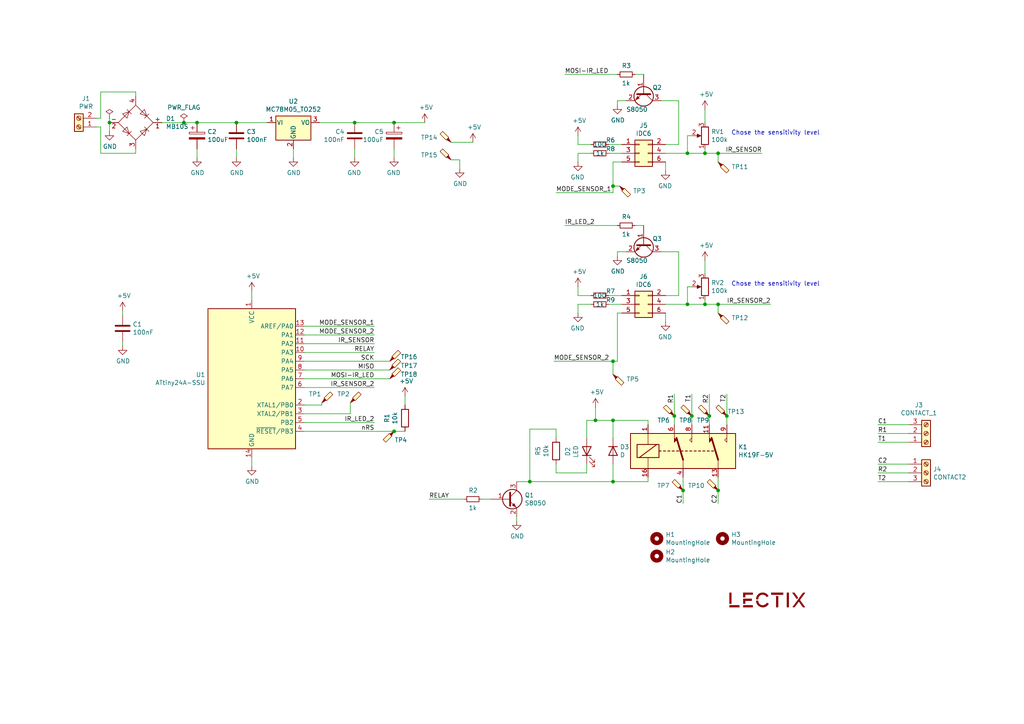
<source format=kicad_sch>
(kicad_sch (version 20211123) (generator eeschema)
  (paper "A4")
  (title_block (title "LEC009002 - IR sensor mainboard") (date "2023-04-24") (rev "1.0") (company "LECTIX"))
  (lib_symbols
    (symbol "0_connectors:Screw_Terminal_01x02_green" (pin_names (offset 1.016) hide)
      (property "Reference" "J" (at 0 2.54 0))
      (property "Value" "0_connectors_Screw_Terminal_01x02_green" (at 0 -5.08 0))
      (symbol "Screw_Terminal_01x02_green_1_1"
        (pin passive line (at -5.08 0 0) (length 3.81) (name "Pin_1") (number "1"))
        (pin passive line (at -5.08 -2.54 0) (length 3.81) (name "Pin_2") (number "2"))
      )
    )
    (symbol "0_connectors:Screw_Terminal_01x03_blue" (pin_names (offset 1.016) hide)
      (property "Reference" "J" (at 0 5.08 0))
      (property "Value" "0_connectors_Screw_Terminal_01x03_blue" (at 0 -5.08 0))
      (symbol "Screw_Terminal_01x03_blue_1_1"
        (pin passive line (at -5.08 2.54 0) (length 3.81) (name "Pin_1") (number "1"))
        (pin passive line (at -5.08 0 0) (length 3.81) (name "Pin_2") (number "2"))
        (pin passive line (at -5.08 -2.54 0) (length 3.81) (name "Pin_3") (number "3"))
      )
    )
    (symbol "0_diode_bridge:MB10S" (pin_names (offset 0))
      (property "Reference" "D" (at 2.54 6.985 0))
      (property "Value" "0_diode_bridge_MB10S" (at 2.54 5.08 0))
      (property "LCSC" "C2488" (at 0 0 0))
      (property "Mfr" "MDD" (at 0 0 0))
      (property "MPN" "MB10S" (at 0 0 0))
      (property "Supplier" "LCSC" (at 0 0 0))
      (symbol "MB10S_1_1"
        (pin passive line (at 7.62 0 180) (length 2.54) (name "+") (number "1"))
        (pin passive line (at -7.62 0 0) (length 2.54) (name "-") (number "2"))
        (pin passive line (at 0 -7.62 90) (length 2.54) (name "~") (number "3"))
        (pin passive line (at 0 7.62 270) (length 2.54) (name "~") (number "4"))
      )
    )
    (symbol "0_logos:logo_lectix_25mm" (pin_names (offset 1.016)))
    (symbol "0_relays:HK19F-12V" (pin_names (offset 1.016))
      (property "Reference" "K" (at 16.51 3.81 0))
      (property "Value" "0_relays_HK19F-12V" (at 16.51 1.27 0))
      (property "Supplier" "LCSC" (at 0 0 0))
      (symbol "HK19F-12V_1_1"
        (pin passive line (at -10.16 7.62 270) (length 2.54) (name "~") (number "1"))
        (pin passive line (at 7.62 7.62 270) (length 2.54) (name "~") (number "11"))
        (pin passive line (at 10.16 -7.62 90) (length 2.54) (name "~") (number "13"))
        (pin passive line (at -10.16 -7.62 90) (length 2.54) (name "~") (number "16"))
        (pin passive line (at 0 -7.62 90) (length 2.54) (name "~") (number "4"))
        (pin passive line (at -2.54 7.62 270) (length 2.54) (name "~") (number "6"))
        (pin passive line (at 2.54 7.62 270) (length 2.54) (name "~") (number "8"))
        (pin passive line (at 12.7 7.62 270) (length 2.54) (name "~") (number "9"))
      )
    )
    (symbol "Connector:TestPoint_Probe" (pin_numbers hide) (pin_names (offset 0.762) hide)
      (property "Reference" "TP" (at 1.651 5.842 0))
      (property "Value" "TestPoint_Probe" (at 1.651 4.064 0))
      (symbol "TestPoint_Probe_1_1"
        (pin passive line (at 0 0 90) (length 0) (name "1") (number "1"))
      )
    )
    (symbol "Connector_Generic:Conn_02x03_Odd_Even" (pin_names (offset 1.016) hide)
      (property "Reference" "J" (at 1.27 5.08 0))
      (property "Value" "Conn_02x03_Odd_Even" (at 1.27 -5.08 0))
      (symbol "Conn_02x03_Odd_Even_1_1"
        (pin passive line (at -5.08 2.54 0) (length 3.81) (name "Pin_1") (number "1"))
        (pin passive line (at 7.62 2.54 180) (length 3.81) (name "Pin_2") (number "2"))
        (pin passive line (at -5.08 0 0) (length 3.81) (name "Pin_3") (number "3"))
        (pin passive line (at 7.62 0 180) (length 3.81) (name "Pin_4") (number "4"))
        (pin passive line (at -5.08 -2.54 0) (length 3.81) (name "Pin_5") (number "5"))
        (pin passive line (at 7.62 -2.54 180) (length 3.81) (name "Pin_6") (number "6"))
      )
    )
    (symbol "Device:C" (pin_numbers hide) (pin_names (offset 0.254))
      (property "Reference" "C" (at 0.635 2.54 0))
      (property "Value" "C" (at 0.635 -2.54 0))
      (symbol "C_1_1"
        (pin passive line (at 0 3.81 270) (length 2.794) (name "~") (number "1"))
        (pin passive line (at 0 -3.81 90) (length 2.794) (name "~") (number "2"))
      )
    )
    (symbol "Device:CP" (pin_numbers hide) (pin_names (offset 0.254))
      (property "Reference" "C" (at 0.635 2.54 0))
      (property "Value" "Device_CP" (at 0.635 -2.54 0))
      (symbol "CP_1_1"
        (pin passive line (at 0 3.81 270) (length 2.794) (name "~") (number "1"))
        (pin passive line (at 0 -3.81 90) (length 2.794) (name "~") (number "2"))
      )
    )
    (symbol "Device:D" (pin_numbers hide) (pin_names (offset 1.016) hide)
      (property "Reference" "D" (at 0 2.54 0))
      (property "Value" "D" (at 0 -2.54 0))
      (symbol "D_1_1"
        (pin passive line (at -3.81 0 0) (length 2.54) (name "K") (number "1"))
        (pin passive line (at 3.81 0 180) (length 2.54) (name "A") (number "2"))
      )
    )
    (symbol "Device:LED" (pin_numbers hide) (pin_names (offset 1.016) hide)
      (property "Reference" "D" (at 0 2.54 0))
      (property "Value" "LED" (at 0 -2.54 0))
      (symbol "LED_1_1"
        (pin passive line (at -3.81 0 0) (length 2.54) (name "K") (number "1"))
        (pin passive line (at 3.81 0 180) (length 2.54) (name "A") (number "2"))
      )
    )
    (symbol "Device:R" (pin_numbers hide) (pin_names (offset 0))
      (property "Reference" "R" (at 2.032 0 90))
      (property "Value" "R" (at 0 0 90))
      (symbol "R_1_1"
        (pin passive line (at 0 3.81 270) (length 1.27) (name "~") (number "1"))
        (pin passive line (at 0 -3.81 90) (length 1.27) (name "~") (number "2"))
      )
    )
    (symbol "Device:R_POT" (pin_names (offset 1.016) hide)
      (property "Reference" "RV" (at -4.445 0 90))
      (property "Value" "Device_R_POT" (at -2.54 0 90))
      (symbol "R_POT_1_1"
        (pin passive line (at 0 3.81 270) (length 1.27) (name "1") (number "1"))
        (pin passive line (at 3.81 0 180) (length 1.27) (name "2") (number "2"))
        (pin passive line (at 0 -3.81 90) (length 1.27) (name "3") (number "3"))
      )
    )
    (symbol "Device:R_Small" (pin_numbers hide) (pin_names (offset 0.254) hide)
      (property "Reference" "R" (at 0.762 0.508 0))
      (property "Value" "R_Small" (at 0.762 -1.016 0))
      (symbol "R_Small_1_1"
        (pin passive line (at 0 2.54 270) (length 0.762) (name "~") (number "1"))
        (pin passive line (at 0 -2.54 90) (length 0.762) (name "~") (number "2"))
      )
    )
    (symbol "MCU_Microchip_ATtiny:ATtiny24A-SSU"
      (property "Reference" "U" (at -12.7 21.59 0))
      (property "Value" "MCU_Microchip_ATtiny_ATtiny24A-SSU" (at 2.54 -21.59 0))
      (symbol "ATtiny24A-SSU_1_1"
        (pin power_in line (at 0 22.86 270) (length 2.54) (name "VCC") (number "1"))
        (pin bidirectional line (at 15.24 7.62 180) (length 2.54) (name "PA3") (number "10"))
        (pin bidirectional line (at 15.24 10.16 180) (length 2.54) (name "PA2") (number "11"))
        (pin bidirectional line (at 15.24 12.7 180) (length 2.54) (name "PA1") (number "12"))
        (pin bidirectional line (at 15.24 15.24 180) (length 2.54) (name "AREF/PA0") (number "13"))
        (pin power_in line (at 0 -22.86 90) (length 2.54) (name "GND") (number "14"))
        (pin bidirectional line (at 15.24 -7.62 180) (length 2.54) (name "XTAL1/PB0") (number "2"))
        (pin bidirectional line (at 15.24 -10.16 180) (length 2.54) (name "XTAL2/PB1") (number "3"))
        (pin bidirectional line (at 15.24 -15.24 180) (length 2.54) (name "~{RESET}/PB3") (number "4"))
        (pin bidirectional line (at 15.24 -12.7 180) (length 2.54) (name "PB2") (number "5"))
        (pin bidirectional line (at 15.24 -2.54 180) (length 2.54) (name "PA7") (number "6"))
        (pin bidirectional line (at 15.24 0 180) (length 2.54) (name "PA6") (number "7"))
        (pin bidirectional line (at 15.24 2.54 180) (length 2.54) (name "PA5") (number "8"))
        (pin bidirectional line (at 15.24 5.08 180) (length 2.54) (name "PA4") (number "9"))
      )
    )
    (symbol "Mechanical:MountingHole" (pin_names (offset 1.016))
      (property "Reference" "H" (at 0 5.08 0))
      (property "Value" "MountingHole" (at 0 3.175 0))
    )
    (symbol "Regulator_Linear:MC78M05_TO252" (pin_names (offset 0.254))
      (property "Reference" "U" (at -3.81 3.175 0))
      (property "Value" "MC78M05_TO252" (at 0 3.175 0))
      (symbol "MC78M05_TO252_1_1"
        (pin power_in line (at -7.62 0 0) (length 2.54) (name "VI") (number "1"))
        (pin power_in line (at 0 -7.62 90) (length 2.54) (name "GND") (number "2"))
        (pin power_out line (at 7.62 0 180) (length 2.54) (name "VO") (number "3"))
      )
    )
    (symbol "Transistor_BJT:BC817" (pin_names (offset 0) hide)
      (property "Reference" "Q" (at 5.08 1.905 0))
      (property "Value" "BC817" (at 5.08 0 0))
      (symbol "BC817_1_1"
        (pin input line (at -5.08 0 0) (length 5.715) (name "B") (number "1"))
        (pin passive line (at 2.54 -5.08 90) (length 2.54) (name "E") (number "2"))
        (pin passive line (at 2.54 5.08 270) (length 2.54) (name "C") (number "3"))
      )
    )
    (symbol "power:+5V" (power) (pin_names (offset 0))
      (property "Value" "+5V" (at 0 3.556 0))
      (symbol "+5V_1_1"
        (pin power_in line (at 0 0 90) (length 0) hide (name "+5V") (number "1"))
      )
    )
    (symbol "power:GND" (power) (pin_names (offset 0))
      (property "Value" "GND" (at 0 -3.81 0))
      (symbol "GND_1_1"
        (pin power_in line (at 0 0 270) (length 0) hide (name "GND") (number "1"))
      )
    )
    (symbol "power:PWR_FLAG" (power) (pin_numbers hide) (pin_names (offset 0) hide)
      (property "Value" "PWR_FLAG" (at 0 3.81 0))
      (symbol "PWR_FLAG_0_0"
        (pin power_out line (at 0 0 90) (length 0) (name "pwr") (number "1"))
      )
    )
  )
  (junction (at 114.3 125.095))
  (junction (at 177.8 121.92))
  (junction (at 208.28 88.265))
  (junction (at 204.47 44.45))
  (junction (at 177.8 53.975))
  (junction (at 199.39 44.45))
  (junction (at 198.12 142.24))
  (junction (at 205.74 120.65))
  (junction (at 53.34 35.56))
  (junction (at 200.66 120.65))
  (junction (at 57.15 35.56))
  (junction (at 208.28 142.24))
  (junction (at 204.47 88.265))
  (junction (at 102.87 35.56))
  (junction (at 208.28 44.45))
  (junction (at 195.58 120.65))
  (junction (at 177.8 139.7))
  (junction (at 114.3 35.56))
  (junction (at 153.67 139.7))
  (junction (at 177.8 104.775))
  (junction (at 199.39 88.265))
  (junction (at 172.72 121.92))
  (junction (at 210.82 120.65))
  (junction (at 31.75 35.56))
  (junction (at 68.58 35.56))
  (wire (pts (xy 172.72 121.92) (xy 170.18 121.92)))
  (wire (pts (xy 88.265 97.155) (xy 108.585 97.155)))
  (wire (pts (xy 204.47 75.565) (xy 204.47 79.375)))
  (wire (pts (xy 204.47 88.265) (xy 208.28 88.265)))
  (wire (pts (xy 170.18 121.92) (xy 170.18 127)))
  (wire (pts (xy 171.45 41.91) (xy 167.64 41.91)))
  (wire (pts (xy 139.7 144.78) (xy 142.24 144.78)))
  (wire (pts (xy 114.3 125.095) (xy 117.475 125.095)))
  (wire (pts (xy 179.07 73.025) (xy 179.07 74.295)))
  (wire (pts (xy 180.34 44.45) (xy 176.53 44.45)))
  (wire (pts (xy 176.53 41.91) (xy 180.34 41.91)))
  (wire (pts (xy 187.96 121.92) (xy 177.8 121.92)))
  (wire (pts (xy 205.74 120.65) (xy 205.74 114.3)))
  (wire (pts (xy 130.81 41.275) (xy 137.16 41.275)))
  (wire (pts (xy 85.09 45.72) (xy 85.09 43.18)))
  (wire (pts (xy 133.35 46.355) (xy 130.81 46.355)))
  (wire (pts (xy 163.83 65.405) (xy 179.07 65.405)))
  (wire (pts (xy 88.265 99.695) (xy 108.585 99.695)))
  (wire (pts (xy 195.58 120.65) (xy 195.58 114.3)))
  (wire (pts (xy 68.58 43.18) (xy 68.58 45.72)))
  (wire (pts (xy 263.525 134.62) (xy 254.635 134.62)))
  (wire (pts (xy 167.64 90.805) (xy 167.64 88.265)))
  (wire (pts (xy 161.29 124.46) (xy 153.67 124.46)))
  (wire (pts (xy 187.96 139.7) (xy 187.96 138.43)))
  (wire (pts (xy 210.82 120.65) (xy 210.82 114.3)))
  (wire (pts (xy 88.265 112.395) (xy 108.585 112.395)))
  (wire (pts (xy 184.15 21.59) (xy 186.69 21.59)))
  (wire (pts (xy 196.85 73.025) (xy 191.77 73.025)))
  (wire (pts (xy 187.96 123.19) (xy 187.96 121.92)))
  (wire (pts (xy 204.47 31.75) (xy 204.47 35.56)))
  (wire (pts (xy 208.28 88.265) (xy 223.52 88.265)))
  (wire (pts (xy 208.28 90.805) (xy 208.28 88.265)))
  (wire (pts (xy 196.85 41.91) (xy 193.04 41.91)))
  (wire (pts (xy 196.85 85.725) (xy 193.04 85.725)))
  (wire (pts (xy 167.64 46.99) (xy 167.64 44.45)))
  (wire (pts (xy 114.3 43.18) (xy 114.3 45.72)))
  (wire (pts (xy 180.34 88.265) (xy 176.53 88.265)))
  (wire (pts (xy 88.265 104.775) (xy 113.03 104.775)))
  (wire (pts (xy 124.46 144.78) (xy 134.62 144.78)))
  (wire (pts (xy 88.265 117.475) (xy 93.345 117.475)))
  (wire (pts (xy 204.47 44.45) (xy 208.28 44.45)))
  (wire (pts (xy 149.86 139.7) (xy 153.67 139.7)))
  (wire (pts (xy 102.87 35.56) (xy 114.3 35.56)))
  (wire (pts (xy 263.525 123.19) (xy 254.635 123.19)))
  (wire (pts (xy 199.39 83.185) (xy 199.39 88.265)))
  (wire (pts (xy 263.525 137.16) (xy 254.635 137.16)))
  (wire (pts (xy 177.8 127) (xy 177.8 121.92)))
  (wire (pts (xy 263.525 125.73) (xy 254.635 125.73)))
  (wire (pts (xy 39.37 27.94) (xy 39.37 26.67)))
  (wire (pts (xy 208.28 138.43) (xy 208.28 142.24)))
  (wire (pts (xy 200.66 123.19) (xy 200.66 120.65)))
  (wire (pts (xy 208.28 44.45) (xy 220.98 44.45)))
  (wire (pts (xy 179.07 29.21) (xy 179.07 30.48)))
  (wire (pts (xy 39.37 26.67) (xy 29.21 26.67)))
  (wire (pts (xy 210.82 123.19) (xy 210.82 120.65)))
  (wire (pts (xy 180.34 46.99) (xy 177.8 46.99)))
  (wire (pts (xy 57.15 35.56) (xy 53.34 35.56)))
  (wire (pts (xy 179.07 90.805) (xy 180.34 90.805)))
  (wire (pts (xy 172.72 118.11) (xy 172.72 121.92)))
  (wire (pts (xy 177.8 53.975) (xy 177.8 55.88)))
  (wire (pts (xy 161.29 137.16) (xy 161.29 134.62)))
  (wire (pts (xy 181.61 29.21) (xy 179.07 29.21)))
  (wire (pts (xy 171.45 85.725) (xy 167.64 85.725)))
  (wire (pts (xy 177.8 46.99) (xy 177.8 53.975)))
  (wire (pts (xy 29.21 44.45) (xy 39.37 44.45)))
  (wire (pts (xy 114.3 35.56) (xy 123.19 35.56)))
  (wire (pts (xy 27.94 36.83) (xy 29.21 36.83)))
  (wire (pts (xy 204.47 86.995) (xy 204.47 88.265)))
  (wire (pts (xy 179.07 104.775) (xy 179.07 90.805)))
  (wire (pts (xy 88.265 94.615) (xy 108.585 94.615)))
  (wire (pts (xy 167.64 88.265) (xy 171.45 88.265)))
  (wire (pts (xy 93.345 117.475) (xy 93.345 116.84)))
  (wire (pts (xy 73.025 86.995) (xy 73.025 84.455)))
  (wire (pts (xy 193.04 44.45) (xy 199.39 44.45)))
  (wire (pts (xy 153.67 139.7) (xy 177.8 139.7)))
  (wire (pts (xy 177.8 134.62) (xy 177.8 139.7)))
  (wire (pts (xy 102.87 43.18) (xy 102.87 45.72)))
  (wire (pts (xy 29.21 34.29) (xy 27.94 34.29)))
  (wire (pts (xy 193.04 88.265) (xy 199.39 88.265)))
  (wire (pts (xy 88.265 109.855) (xy 113.03 109.855)))
  (wire (pts (xy 195.58 123.19) (xy 195.58 120.65)))
  (wire (pts (xy 35.56 90.17) (xy 35.56 91.44)))
  (wire (pts (xy 193.04 49.53) (xy 193.04 46.99)))
  (wire (pts (xy 208.28 142.24) (xy 208.28 146.05)))
  (wire (pts (xy 31.75 34.29) (xy 31.75 35.56)))
  (wire (pts (xy 200.66 120.65) (xy 200.66 114.3)))
  (wire (pts (xy 177.8 104.775) (xy 160.655 104.775)))
  (wire (pts (xy 198.12 142.24) (xy 198.12 146.05)))
  (wire (pts (xy 161.29 127) (xy 161.29 124.46)))
  (wire (pts (xy 117.475 117.475) (xy 117.475 114.935)))
  (wire (pts (xy 177.8 55.88) (xy 161.29 55.88)))
  (wire (pts (xy 263.525 139.7) (xy 254.635 139.7)))
  (wire (pts (xy 184.15 65.405) (xy 186.69 65.405)))
  (wire (pts (xy 177.8 139.7) (xy 187.96 139.7)))
  (wire (pts (xy 200.66 39.37) (xy 199.39 39.37)))
  (wire (pts (xy 181.61 73.025) (xy 179.07 73.025)))
  (wire (pts (xy 77.47 35.56) (xy 68.58 35.56)))
  (wire (pts (xy 88.265 120.015) (xy 101.6 120.015)))
  (wire (pts (xy 101.6 120.015) (xy 101.6 116.84)))
  (wire (pts (xy 88.265 122.555) (xy 108.585 122.555)))
  (wire (pts (xy 170.18 134.62) (xy 170.18 137.16)))
  (wire (pts (xy 31.75 35.56) (xy 31.75 38.1)))
  (wire (pts (xy 176.53 85.725) (xy 180.34 85.725)))
  (wire (pts (xy 199.39 44.45) (xy 204.47 44.45)))
  (wire (pts (xy 167.64 44.45) (xy 171.45 44.45)))
  (wire (pts (xy 29.21 26.67) (xy 29.21 34.29)))
  (wire (pts (xy 167.64 39.37) (xy 167.64 41.91)))
  (wire (pts (xy 163.83 21.59) (xy 179.07 21.59)))
  (wire (pts (xy 193.04 93.345) (xy 193.04 90.805)))
  (wire (pts (xy 92.71 35.56) (xy 102.87 35.56)))
  (wire (pts (xy 170.18 137.16) (xy 161.29 137.16)))
  (wire (pts (xy 263.525 128.27) (xy 254.635 128.27)))
  (wire (pts (xy 179.705 53.975) (xy 177.8 53.975)))
  (wire (pts (xy 57.15 43.18) (xy 57.15 45.72)))
  (wire (pts (xy 68.58 35.56) (xy 57.15 35.56)))
  (wire (pts (xy 199.39 88.265) (xy 204.47 88.265)))
  (wire (pts (xy 88.265 125.095) (xy 114.3 125.095)))
  (wire (pts (xy 177.8 121.92) (xy 172.72 121.92)))
  (wire (pts (xy 205.74 123.19) (xy 205.74 120.65)))
  (wire (pts (xy 149.86 149.86) (xy 149.86 151.13)))
  (wire (pts (xy 88.265 107.315) (xy 113.03 107.315)))
  (wire (pts (xy 35.56 99.06) (xy 35.56 100.33)))
  (wire (pts (xy 53.34 35.56) (xy 46.99 35.56)))
  (wire (pts (xy 179.07 104.775) (xy 177.8 104.775)))
  (wire (pts (xy 204.47 43.18) (xy 204.47 44.45)))
  (wire (pts (xy 200.66 83.185) (xy 199.39 83.185)))
  (wire (pts (xy 198.12 138.43) (xy 198.12 142.24)))
  (wire (pts (xy 88.265 102.235) (xy 108.585 102.235)))
  (wire (pts (xy 133.35 48.895) (xy 133.35 46.355)))
  (wire (pts (xy 167.64 83.185) (xy 167.64 85.725)))
  (wire (pts (xy 196.85 85.725) (xy 196.85 73.025)))
  (wire (pts (xy 39.37 44.45) (xy 39.37 43.18)))
  (wire (pts (xy 208.28 46.99) (xy 208.28 44.45)))
  (wire (pts (xy 29.21 36.83) (xy 29.21 44.45)))
  (wire (pts (xy 196.85 29.21) (xy 191.77 29.21)))
  (wire (pts (xy 196.85 41.91) (xy 196.85 29.21)))
  (wire (pts (xy 199.39 39.37) (xy 199.39 44.45)))
  (wire (pts (xy 177.8 108.585) (xy 177.8 104.775)))
  (wire (pts (xy 73.025 135.255) (xy 73.025 132.715)))
  (wire (pts (xy 153.67 124.46) (xy 153.67 139.7)))
  (text "Chose the sensitivity level\n" (at 212.09 39.37 0) (effects (font (size 1.27 1.27)) (justify left bottom)))
  (text "Chose the sensitivity level\n" (at 212.09 83.185 0) (effects (font (size 1.27 1.27)) (justify left bottom)))
  (label "C2" (at 208.28 146.05 90))
  (label "IR_LED_2" (at 163.83 65.405 0))
  (label "MOSI-IR_LED" (at 163.83 21.59 0))
  (label "R1" (at 195.58 114.3 270))
  (label "IR_SENSOR_2" (at 223.52 88.265 180))
  (label "IR_SENSOR_2" (at 108.585 112.395 180))
  (label "RELAY" (at 124.46 144.78 0))
  (label "C1" (at 198.12 146.05 90))
  (label "T1" (at 200.66 114.3 270))
  (label "IR_SENSOR" (at 108.585 99.695 180))
  (label "MOSI-IR_LED" (at 108.585 109.855 180))
  (label "nRS" (at 108.585 125.095 180))
  (label "IR_SENSOR" (at 220.98 44.45 180))
  (label "MODE_SENSOR_1" (at 108.585 94.615 180))
  (label "T2" (at 254.635 139.7 0))
  (label "T2" (at 210.82 114.3 270))
  (label "MISO" (at 108.585 107.315 180))
  (label "R2" (at 205.74 114.3 270))
  (label "MODE_SENSOR_1" (at 161.29 55.88 0))
  (label "C1" (at 254.635 123.19 0))
  (label "RELAY" (at 108.585 102.235 180))
  (label "C2" (at 254.635 134.62 0))
  (label "R2" (at 254.635 137.16 0))
  (label "SCK" (at 108.585 104.775 180))
  (label "MODE_SENSOR_2" (at 160.655 104.775 0))
  (label "MODE_SENSOR_2" (at 108.585 97.155 180))
  (label "R1" (at 254.635 125.73 0))
  (label "T1" (at 254.635 128.27 0))
  (label "IR_LED_2" (at 108.585 122.555 180))
  (symbol (lib_id "0_relays:HK19F-12V") (at 198.12 130.81 0) (unit 1)
    (property "Reference" "K1" (at 214.122 129.6416 0) (effects (justify left)))
    (property "Value" "HK19F-5V" (at 214.122 131.953 0) (effects (justify left)))
    (property "Footprint" "0_relays:Relay_DPDT_HK19F" (effects hide))
    (property "Datasheet" "http://grobotronics.com/images/datasheets/HK19F-12V.pdf" (effects hide))
    (property "LCSC" "C54512" (effects hide))
    (property "JLCPCB_CORRECTION" "8.89;-3.81;0" (effects hide))
  )
  (symbol (lib_id "Device:D") (at 177.8 130.81 270) (unit 1)
    (property "Reference" "D3" (at 179.8066 129.6416 90) (effects (justify left)))
    (property "Value" "D" (at 179.8066 131.953 90) (effects (justify left)))
    (property "Footprint" "Diode_SMD:D_SMA" (effects hide))
    (property "LCSC" "C95872" (effects hide))
  )
  (symbol (lib_id "Transistor_BJT:BC817") (at 147.32 144.78 0) (unit 1)
    (property "Reference" "Q1" (at 152.1714 143.6116 0) (effects (justify left)))
    (property "Value" "S8050" (at 152.1714 145.923 0) (effects (justify left)))
    (property "Footprint" "Package_TO_SOT_SMD:SOT-23" (effects hide))
    (property "Datasheet" "http://www.fairchildsemi.com/ds/BC/BC817.pdf" (effects hide))
    (property "LCSC" "C2146" (effects hide))
    (property "JLCPCB_CORRECTION" "0;0;180" (effects hide))
  )
  (symbol (lib_id "Device:LED") (at 170.18 130.81 90) (unit 1)
    (property "Reference" "D2" (at 164.6936 130.9878 0))
    (property "Value" "LED" (at 167.005 130.9878 0))
    (property "Footprint" "LED_SMD:LED_0603_1608Metric" (effects hide))
    (property "LCSC" "C72043" (effects hide))
  )
  (symbol (lib_id "Device:R") (at 161.29 130.81 0) (unit 1)
    (property "Reference" "R5" (at 156.0322 130.81 90))
    (property "Value" "10k" (at 158.3436 130.81 90))
    (property "Footprint" "Resistor_SMD:R_0603_1608Metric" (effects hide))
    (property "LCSC" "C25804" (effects hide))
  )
  (symbol (lib_id "power:GND") (at 35.56 100.33 0) (unit 1)
    (property "Reference" "#PWR02" (effects hide))
    (property "Value" "GND" (at 35.687 104.7242 0))
  )
  (symbol (lib_id "power:+5V") (at 35.56 90.17 0) (unit 1)
    (property "Reference" "#PWR01" (effects hide))
    (property "Value" "+5V" (at 35.941 85.7758 0))
  )
  (symbol (lib_id "Device:C") (at 35.56 95.25 0) (unit 1)
    (property "Reference" "C1" (at 38.481 94.0816 0) (effects (justify left)))
    (property "Value" "100nF" (at 38.481 96.393 0) (effects (justify left)))
    (property "Footprint" "Capacitor_SMD:C_0603_1608Metric" (effects hide))
    (property "LCSC" "C14663" (effects hide))
  )
  (symbol (lib_id "power:GND") (at 133.35 48.895 0) (unit 1)
    (property "Reference" "#PWR026" (effects hide))
    (property "Value" "GND" (at 133.477 53.2892 0))
  )
  (symbol (lib_id "power:+5V") (at 137.16 41.275 0) (unit 1)
    (property "Reference" "#PWR027" (effects hide))
    (property "Value" "+5V" (at 137.541 36.8808 0))
  )
  (symbol (lib_id "Device:R_POT") (at 204.47 39.37 180) (unit 1)
    (property "Reference" "RV1" (at 206.248 38.2016 0) (effects (justify right)))
    (property "Value" "100k" (at 206.248 40.513 0) (effects (justify right)))
    (property "Footprint" "0_potentiometers:Potentiometer_Bourns_TC33X_Vertical" (effects hide))
    (property "LCSC" "C128545" (effects hide))
  )
  (symbol (lib_id "power:+5V") (at 167.64 39.37 0) (unit 1)
    (property "Reference" "#PWR020" (effects hide))
    (property "Value" "+5V" (at 168.021 34.9758 0))
  )
  (symbol (lib_id "Device:R_Small") (at 173.99 44.45 90) (mirror x) (unit 1)
    (property "Reference" "R8" (at 178.435 43.18 90) (effects (justify left)))
    (property "Value" "1k" (at 175.26 44.45 90) (effects (justify left)))
    (property "Footprint" "Resistor_SMD:R_0603_1608Metric" (effects hide))
    (property "LCSC" "C21190" (effects hide))
  )
  (symbol (lib_id "Mechanical:MountingHole") (at 190.5 156.21 0) (unit 1)
    (property "Reference" "H1" (at 193.04 155.0416 0) (effects (justify left)))
    (property "Value" "MountingHole" (at 193.04 157.353 0) (effects (justify left)))
    (property "Footprint" "0_mechanical:MountingHole_3.2mm_M3" (effects hide))
    (property "LCSC" "DNP" (effects hide))
  )
  (symbol (lib_id "Mechanical:MountingHole") (at 190.5 161.29 0) (unit 1)
    (property "Reference" "H2" (at 193.04 160.1216 0) (effects (justify left)))
    (property "Value" "MountingHole" (at 193.04 162.433 0) (effects (justify left)))
    (property "Footprint" "0_mechanical:MountingHole_3.2mm_M3" (effects hide))
    (property "LCSC" "DNP" (effects hide))
  )
  (symbol (lib_id "Mechanical:MountingHole") (at 209.55 156.21 0) (unit 1)
    (property "Reference" "H3" (at 212.09 155.0416 0) (effects (justify left)))
    (property "Value" "MountingHole" (at 212.09 157.353 0) (effects (justify left)))
    (property "Footprint" "0_mechanical:MountingHole_3.2mm_M3" (effects hide))
    (property "LCSC" "DNP" (effects hide))
  )
  (symbol (lib_id "0_logos:logo_lectix_25mm") (at 222.25 173.99 0) (unit 1)
    (property "Reference" "LOGO1" (effects hide))
    (property "Value" "logo_lectix_25mm" (effects hide))
    (property "Footprint" "0_logos:Logo_10mm" (effects hide))
    (property "LCSC" "DNP" (effects hide))
  )
  (symbol (lib_id "Connector:TestPoint_Probe") (at 130.81 41.275 0) (mirror y) (unit 1)
    (property "Reference" "TP14" (at 126.9238 39.878 0) (effects (justify left)))
    (property "Value" "TestPoint_Probe" (effects hide))
    (property "Footprint" "TestPoint:TestPoint_Pad_D1.5mm" (effects hide))
    (property "LCSC" "DNP" (effects hide))
  )
  (symbol (lib_id "Connector:TestPoint_Probe") (at 130.81 46.355 0) (mirror y) (unit 1)
    (property "Reference" "TP15" (at 126.9238 44.958 0) (effects (justify left)))
    (property "Value" "TestPoint_Probe" (effects hide))
    (property "Footprint" "TestPoint:TestPoint_Pad_D1.5mm" (effects hide))
    (property "LCSC" "DNP" (effects hide))
  )
  (symbol (lib_id "Connector:TestPoint_Probe") (at 177.8 108.585 0) (mirror x) (unit 1)
    (property "Reference" "TP5" (at 181.6862 109.982 0) (effects (justify left)))
    (property "Value" "TestPoint_Probe" (effects hide))
    (property "Footprint" "TestPoint:TestPoint_Pad_D1.5mm" (effects hide))
    (property "LCSC" "DNP" (effects hide))
  )
  (symbol (lib_id "Device:R_Small") (at 173.99 41.91 90) (unit 1)
    (property "Reference" "R6" (at 178.435 40.64 90) (effects (justify left)))
    (property "Value" "100" (at 175.895 41.91 90) (effects (justify left)))
    (property "Footprint" "Resistor_SMD:R_0603_1608Metric" (effects hide))
    (property "LCSC" "C22775" (effects hide))
  )
  (symbol (lib_id "power:+5V") (at 172.72 118.11 0) (unit 1)
    (property "Reference" "#PWR017" (effects hide))
    (property "Value" "+5V" (at 173.101 113.7158 0))
  )
  (symbol (lib_id "power:GND") (at 149.86 151.13 0) (unit 1)
    (property "Reference" "#PWR016" (effects hide))
    (property "Value" "GND" (at 149.987 155.5242 0))
  )
  (symbol (lib_id "Device:R_Small") (at 137.16 144.78 270) (unit 1)
    (property "Reference" "R2" (at 135.89 142.24 90) (effects (justify left)))
    (property "Value" "1k" (at 135.89 147.32 90) (effects (justify left)))
    (property "Footprint" "Resistor_SMD:R_0603_1608Metric" (effects hide))
    (property "LCSC" "C21190" (effects hide))
  )
  (symbol (lib_id "Connector:TestPoint_Probe") (at 195.58 120.65 0) (mirror y) (unit 1)
    (property "Reference" "TP6" (at 194.31 121.92 0) (effects (justify left)))
    (property "Value" "TestPoint_Probe" (effects hide))
    (property "Footprint" "TestPoint:TestPoint_Pad_D1.5mm" (effects hide))
    (property "LCSC" "DNP" (effects hide))
  )
  (symbol (lib_id "Connector:TestPoint_Probe") (at 200.66 120.65 0) (mirror y) (unit 1)
    (property "Reference" "TP8" (at 200.66 121.92 0) (effects (justify left)))
    (property "Value" "TestPoint_Probe" (effects hide))
    (property "Footprint" "TestPoint:TestPoint_Pad_D1.5mm" (effects hide))
    (property "LCSC" "DNP" (effects hide))
  )
  (symbol (lib_id "Connector:TestPoint_Probe") (at 205.74 120.65 0) (mirror y) (unit 1)
    (property "Reference" "TP9" (at 205.74 121.92 0) (effects (justify left)))
    (property "Value" "TestPoint_Probe" (effects hide))
    (property "Footprint" "TestPoint:TestPoint_Pad_D1.5mm" (effects hide))
    (property "LCSC" "DNP" (effects hide))
  )
  (symbol (lib_id "Connector:TestPoint_Probe") (at 210.82 120.65 0) (mirror y) (unit 1)
    (property "Reference" "TP13" (at 215.9 119.38 0) (effects (justify left)))
    (property "Value" "TestPoint_Probe" (effects hide))
    (property "Footprint" "TestPoint:TestPoint_Pad_D1.5mm" (effects hide))
    (property "LCSC" "DNP" (effects hide))
  )
  (symbol (lib_id "Connector:TestPoint_Probe") (at 198.12 142.24 0) (mirror y) (unit 1)
    (property "Reference" "TP7" (at 194.2338 140.843 0) (effects (justify left)))
    (property "Value" "TestPoint_Probe" (effects hide))
    (property "Footprint" "TestPoint:TestPoint_Pad_D1.5mm" (effects hide))
    (property "LCSC" "DNP" (effects hide))
  )
  (symbol (lib_id "Connector:TestPoint_Probe") (at 208.28 142.24 0) (mirror y) (unit 1)
    (property "Reference" "TP10" (at 204.3938 140.843 0) (effects (justify left)))
    (property "Value" "TestPoint_Probe" (effects hide))
    (property "Footprint" "TestPoint:TestPoint_Pad_D1.5mm" (effects hide))
    (property "LCSC" "DNP" (effects hide))
  )
  (symbol (lib_id "power:+5V") (at 204.47 31.75 0) (unit 1)
    (property "Reference" "#PWR022" (effects hide))
    (property "Value" "+5V" (at 204.851 27.3558 0))
  )
  (symbol (lib_id "power:GND") (at 167.64 46.99 0) (mirror y) (unit 1)
    (property "Reference" "#PWR023" (effects hide))
    (property "Value" "GND" (at 167.513 51.3842 0))
  )
  (symbol (lib_id "power:+5V") (at 73.025 84.455 0) (unit 1)
    (property "Reference" "#PWR04" (effects hide))
    (property "Value" "+5V" (at 73.406 80.0608 0))
  )
  (symbol (lib_id "power:GND") (at 73.025 135.255 0) (unit 1)
    (property "Reference" "#PWR05" (effects hide))
    (property "Value" "GND" (at 73.152 139.6492 0))
  )
  (symbol (lib_id "Transistor_BJT:BC817") (at 186.69 26.67 270) (unit 1)
    (property "Reference" "Q2" (at 189.23 25.4 90) (effects (justify left)))
    (property "Value" "S8050" (at 181.61 31.75 90) (effects (justify left)))
    (property "Footprint" "Package_TO_SOT_SMD:SOT-23" (effects hide))
    (property "Datasheet" "http://www.fairchildsemi.com/ds/BC/BC817.pdf" (effects hide))
    (property "LCSC" "C2146" (effects hide))
    (property "JLCPCB_CORRECTION" "0;0;180" (effects hide))
  )
  (symbol (lib_id "power:GND") (at 179.07 30.48 0) (unit 1)
    (property "Reference" "#PWR018" (effects hide))
    (property "Value" "GND" (at 179.197 34.8742 0))
  )
  (symbol (lib_id "Device:R_Small") (at 181.61 21.59 270) (unit 1)
    (property "Reference" "R3" (at 180.34 19.05 90) (effects (justify left)))
    (property "Value" "1k" (at 180.34 24.13 90) (effects (justify left)))
    (property "Footprint" "Resistor_SMD:R_0603_1608Metric" (effects hide))
    (property "LCSC" "C21190" (effects hide))
  )
  (symbol (lib_id "0_diode_bridge:MB10S") (at 39.37 35.56 0) (unit 1)
    (property "Reference" "D1" (at 48.1076 34.3916 0) (effects (justify left)))
    (property "Value" "MB10S" (at 48.1076 36.703 0) (effects (justify left)))
    (property "Footprint" "Package_TO_SOT_SMD:TO-269AA" (effects hide))
    (property "Datasheet" "https://www.mouser.fr/datasheet/2/308/MB10S-1301345.pdf" (effects hide))
    (property "LCSC" "C2488" (effects hide))
  )
  (symbol (lib_id "power:GND") (at 31.75 38.1 0) (unit 1)
    (property "Reference" "#PWR03" (effects hide))
    (property "Value" "GND" (at 31.877 42.4942 0))
  )
  (symbol (lib_id "power:GND") (at 68.58 45.72 0) (unit 1)
    (property "Reference" "#PWR07" (effects hide))
    (property "Value" "GND" (at 68.707 50.1142 0))
  )
  (symbol (lib_id "power:GND") (at 57.15 45.72 0) (unit 1)
    (property "Reference" "#PWR06" (effects hide))
    (property "Value" "GND" (at 57.277 50.1142 0))
  )
  (symbol (lib_id "Device:C") (at 68.58 39.37 0) (unit 1)
    (property "Reference" "C3" (at 71.501 38.2016 0) (effects (justify left)))
    (property "Value" "100nF" (at 71.501 40.513 0) (effects (justify left)))
    (property "Footprint" "Capacitor_SMD:C_0603_1608Metric" (effects hide))
    (property "LCSC" "C14663" (effects hide))
  )
  (symbol (lib_id "Device:CP") (at 57.15 39.37 0) (unit 1)
    (property "Reference" "C2" (at 60.1472 38.2016 0) (effects (justify left)))
    (property "Value" "100uF" (at 60.1472 40.513 0) (effects (justify left)))
    (property "Footprint" "0_capacitors:CP_Elec_6.3x5.8" (effects hide))
    (property "LCSC" "C249982" (effects hide))
  )
  (symbol (lib_id "power:GND") (at 102.87 45.72 0) (mirror y) (unit 1)
    (property "Reference" "#PWR013" (effects hide))
    (property "Value" "GND" (at 102.743 50.1142 0))
  )
  (symbol (lib_id "power:GND") (at 114.3 45.72 0) (mirror y) (unit 1)
    (property "Reference" "#PWR014" (effects hide))
    (property "Value" "GND" (at 114.173 50.1142 0))
  )
  (symbol (lib_id "Device:C") (at 102.87 39.37 0) (mirror y) (unit 1)
    (property "Reference" "C4" (at 99.949 38.2016 0) (effects (justify left)))
    (property "Value" "100nF" (at 99.949 40.513 0) (effects (justify left)))
    (property "Footprint" "Capacitor_SMD:C_0603_1608Metric" (effects hide))
    (property "LCSC" "C14663" (effects hide))
  )
  (symbol (lib_id "Device:CP") (at 114.3 39.37 0) (mirror y) (unit 1)
    (property "Reference" "C5" (at 111.3028 38.2016 0) (effects (justify left)))
    (property "Value" "100uF" (at 111.3028 40.513 0) (effects (justify left)))
    (property "Footprint" "0_capacitors:CP_Elec_6.3x5.8" (effects hide))
    (property "LCSC" "C249982" (effects hide))
  )
  (symbol (lib_id "Regulator_Linear:MC78M05_TO252") (at 85.09 35.56 0) (unit 1)
    (property "Reference" "U2" (at 85.09 29.4132 0))
    (property "Value" "MC78M05_TO252" (at 85.09 31.7246 0))
    (property "Footprint" "Package_TO_SOT_SMD:TO-252-2" (effects hide))
    (property "Datasheet" "http://www.fairchildsemi.com/ds/LM/LM78M05.pdf" (effects hide))
    (property "LCSC" "C58069" (effects hide))
  )
  (symbol (lib_id "power:GND") (at 85.09 45.72 0) (unit 1)
    (property "Reference" "#PWR010" (effects hide))
    (property "Value" "GND" (at 85.217 50.1142 0))
  )
  (symbol (lib_id "power:+5V") (at 123.19 35.56 0) (unit 1)
    (property "Reference" "#PWR015" (effects hide))
    (property "Value" "+5V" (at 123.571 31.1658 0))
  )
  (symbol (lib_id "Device:R") (at 117.475 121.285 0) (unit 1)
    (property "Reference" "R1" (at 112.2172 121.285 90))
    (property "Value" "10k" (at 114.5286 121.285 90))
    (property "Footprint" "Resistor_SMD:R_0603_1608Metric" (effects hide))
    (property "LCSC" "C25804" (effects hide))
  )
  (symbol (lib_id "power:+5V") (at 117.475 114.935 0) (unit 1)
    (property "Reference" "#PWR012" (effects hide))
    (property "Value" "+5V" (at 117.856 110.5408 0))
  )
  (symbol (lib_id "0_connectors:Screw_Terminal_01x03_blue") (at 268.605 125.73 0) (mirror x) (unit 1)
    (property "Reference" "J3" (at 266.5222 117.475 0))
    (property "Value" "CONTACT_1" (at 266.5222 119.7864 0))
    (property "Footprint" "0_connectors:TerminalBlock_bornier-3_P5.08mm-blue" (effects hide))
    (property "LCSC" "C395881" (effects hide))
  )
  (symbol (lib_id "0_connectors:Screw_Terminal_01x03_blue") (at 268.605 137.16 0) (unit 1)
    (property "Reference" "J4" (at 270.637 136.0932 0) (effects (justify left)))
    (property "Value" "CONTACT2" (at 270.637 138.4046 0) (effects (justify left)))
    (property "Footprint" "0_connectors:TerminalBlock_bornier-3_P5.08mm-blue" (effects hide))
    (property "LCSC" "C395881" (effects hide))
  )
  (symbol (lib_id "0_connectors:Screw_Terminal_01x02_green") (at 22.86 36.83 180) (unit 1)
    (property "Reference" "J1" (at 24.9428 28.575 0))
    (property "Value" "PWR" (at 24.9428 30.8864 0))
    (property "Footprint" "0_connectors:TerminalBlock_bornier-2_P5.08mm-green" (effects hide))
    (property "LCSC" "C395849" (effects hide))
    (property "JLCPCB_CORRECTION" "2.54;0;0" (effects hide))
  )
  (symbol (lib_id "Device:R_Small") (at 173.99 88.265 90) (mirror x) (unit 1)
    (property "Reference" "R9" (at 178.435 86.995 90) (effects (justify left)))
    (property "Value" "1k" (at 175.26 88.265 90) (effects (justify left)))
    (property "Footprint" "Resistor_SMD:R_0603_1608Metric" (effects hide))
    (property "LCSC" "C21190" (effects hide))
  )
  (symbol (lib_id "Device:R_POT") (at 204.47 83.185 180) (unit 1)
    (property "Reference" "RV2" (at 206.248 82.0166 0) (effects (justify right)))
    (property "Value" "100k" (at 206.248 84.328 0) (effects (justify right)))
    (property "Footprint" "0_potentiometers:Potentiometer_Bourns_TC33X_Vertical" (effects hide))
    (property "LCSC" "C128545" (effects hide))
  )
  (symbol (lib_id "power:+5V") (at 167.64 83.185 0) (unit 1)
    (property "Reference" "#PWR0101" (effects hide))
    (property "Value" "+5V" (at 168.021 78.7908 0))
  )
  (symbol (lib_id "Device:R_Small") (at 173.99 85.725 90) (unit 1)
    (property "Reference" "R7" (at 178.435 84.455 90) (effects (justify left)))
    (property "Value" "100" (at 175.895 85.725 90) (effects (justify left)))
    (property "Footprint" "Resistor_SMD:R_0603_1608Metric" (effects hide))
    (property "LCSC" "C22775" (effects hide))
  )
  (symbol (lib_id "power:+5V") (at 204.47 75.565 0) (unit 1)
    (property "Reference" "#PWR0102" (effects hide))
    (property "Value" "+5V" (at 204.851 71.1708 0))
  )
  (symbol (lib_id "power:GND") (at 167.64 90.805 0) (mirror y) (unit 1)
    (property "Reference" "#PWR0103" (effects hide))
    (property "Value" "GND" (at 167.513 95.1992 0))
  )
  (symbol (lib_id "Transistor_BJT:BC817") (at 186.69 70.485 270) (unit 1)
    (property "Reference" "Q3" (at 189.23 69.215 90) (effects (justify left)))
    (property "Value" "S8050" (at 181.61 75.565 90) (effects (justify left)))
    (property "Footprint" "Package_TO_SOT_SMD:SOT-23" (effects hide))
    (property "Datasheet" "http://www.fairchildsemi.com/ds/BC/BC817.pdf" (effects hide))
    (property "LCSC" "C2146" (effects hide))
    (property "JLCPCB_CORRECTION" "0;0;180" (effects hide))
  )
  (symbol (lib_id "power:GND") (at 179.07 74.295 0) (unit 1)
    (property "Reference" "#PWR0104" (effects hide))
    (property "Value" "GND" (at 179.197 78.6892 0))
  )
  (symbol (lib_id "Device:R_Small") (at 181.61 65.405 270) (unit 1)
    (property "Reference" "R4" (at 180.34 62.865 90) (effects (justify left)))
    (property "Value" "1k" (at 180.34 67.945 90) (effects (justify left)))
    (property "Footprint" "Resistor_SMD:R_0603_1608Metric" (effects hide))
    (property "LCSC" "C21190" (effects hide))
  )
  (symbol (lib_id "Connector:TestPoint_Probe") (at 208.28 90.805 0) (mirror x) (unit 1)
    (property "Reference" "TP12" (at 212.1662 92.202 0) (effects (justify left)))
    (property "Value" "TestPoint_Probe" (effects hide))
    (property "Footprint" "TestPoint:TestPoint_Pad_D1.5mm" (effects hide))
    (property "LCSC" "DNP" (effects hide))
  )
  (symbol (lib_id "Connector_Generic:Conn_02x03_Odd_Even") (at 185.42 88.265 0) (unit 1)
    (property "Reference" "J6" (at 186.69 80.2132 0))
    (property "Value" "IDC6" (at 186.69 82.5246 0))
    (property "Footprint" "Connector_IDC:IDC-Header_2x03_P2.54mm_Vertical" (effects hide))
    (property "LCSC" "C11214" (effects hide))
    (property "cable" "09180067001 + C33344" (effects hide))
    (property "JLCPCB_CORRECTION" "1.27;2.54;270" (effects hide))
  )
  (symbol (lib_id "power:GND") (at 193.04 49.53 0) (mirror y) (unit 1)
    (property "Reference" "#PWR0105" (effects hide))
    (property "Value" "GND" (at 192.913 53.9242 0))
  )
  (symbol (lib_id "Connector:TestPoint_Probe") (at 208.28 46.99 0) (mirror x) (unit 1)
    (property "Reference" "TP11" (at 212.1662 48.387 0) (effects (justify left)))
    (property "Value" "TestPoint_Probe" (effects hide))
    (property "Footprint" "TestPoint:TestPoint_Pad_D1.5mm" (effects hide))
    (property "LCSC" "DNP" (effects hide))
  )
  (symbol (lib_id "power:PWR_FLAG") (at 53.34 35.56 0) (unit 1)
    (property "Reference" "#FLG0101" (effects hide))
    (property "Value" "PWR_FLAG" (at 53.34 31.1658 0))
  )
  (symbol (lib_id "power:PWR_FLAG") (at 31.75 34.29 0) (unit 1)
    (property "Reference" "#FLG0102" (effects hide))
    (property "Value" "PWR_FLAG" (effects hide))
  )
  (symbol (lib_id "Connector_Generic:Conn_02x03_Odd_Even") (at 185.42 44.45 0) (unit 1)
    (property "Reference" "J5" (at 186.69 36.3982 0))
    (property "Value" "IDC6" (at 186.69 38.7096 0))
    (property "Footprint" "Connector_IDC:IDC-Header_2x03_P2.54mm_Vertical" (effects hide))
    (property "LCSC" "C11214" (effects hide))
    (property "cable" "09180067001 + C33344" (effects hide))
    (property "JLCPCB_CORRECTION" "1.27;2.54;270" (effects hide))
  )
  (symbol (lib_id "MCU_Microchip_ATtiny:ATtiny24A-SSU") (at 73.025 109.855 0) (unit 1)
    (property "Reference" "U1" (at 59.563 108.6866 0) (effects (justify right)))
    (property "Value" "ATtiny24A-SSU" (at 59.563 110.998 0) (effects (justify right)))
    (property "Footprint" "Package_SO:SOIC-14_3.9x8.7mm_P1.27mm" (effects hide))
    (property "Datasheet" "http://ww1.microchip.com/downloads/en/DeviceDoc/doc8183.pdf" (effects hide))
    (property "LCSC" "C8726" (effects hide))
    (property "JLCPCB_CORRECTION" "0;0;270" (effects hide))
  )
  (symbol (lib_id "power:GND") (at 193.04 93.345 0) (mirror y) (unit 1)
    (property "Reference" "#PWR0106" (effects hide))
    (property "Value" "GND" (at 192.913 97.7392 0))
  )
  (symbol (lib_id "Connector:TestPoint_Probe") (at 179.705 53.975 0) (mirror x) (unit 1)
    (property "Reference" "TP3" (at 183.5912 55.372 0) (effects (justify left)))
    (property "Value" "TestPoint_Probe" (effects hide))
    (property "Footprint" "TestPoint:TestPoint_Pad_D1.5mm" (effects hide))
    (property "LCSC" "DNP" (effects hide))
  )
  (symbol (lib_id "Connector:TestPoint_Probe") (at 93.345 116.84 270) (mirror x) (unit 1)
    (property "Reference" "TP1" (at 89.535 114.3 90) (effects (justify left)))
    (property "Value" "TestPoint_Probe" (effects hide))
    (property "Footprint" "TestPoint:TestPoint_Pad_D1.5mm" (effects hide))
    (property "LCSC" "DNP" (effects hide))
  )
  (symbol (lib_id "Connector:TestPoint_Probe") (at 101.6 116.84 270) (mirror x) (unit 1)
    (property "Reference" "TP2" (at 97.79 114.3 90) (effects (justify left)))
    (property "Value" "TestPoint_Probe" (effects hide))
    (property "Footprint" "TestPoint:TestPoint_Pad_D1.5mm" (effects hide))
    (property "LCSC" "DNP" (effects hide))
  )
  (symbol (lib_id "Connector:TestPoint_Probe") (at 113.03 109.855 270) (mirror x) (unit 1)
    (property "Reference" "TP18" (at 116.205 108.585 90) (effects (justify left)))
    (property "Value" "TestPoint_Probe" (effects hide))
    (property "Footprint" "TestPoint:TestPoint_Pad_D1.5mm" (effects hide))
    (property "LCSC" "DNP" (effects hide))
  )
  (symbol (lib_id "Connector:TestPoint_Probe") (at 113.03 107.315 270) (mirror x) (unit 1)
    (property "Reference" "TP17" (at 116.205 106.045 90) (effects (justify left)))
    (property "Value" "TestPoint_Probe" (effects hide))
    (property "Footprint" "TestPoint:TestPoint_Pad_D1.5mm" (effects hide))
    (property "LCSC" "DNP" (effects hide))
  )
  (symbol (lib_id "Connector:TestPoint_Probe") (at 113.03 104.775 270) (mirror x) (unit 1)
    (property "Reference" "TP16" (at 116.205 103.505 90) (effects (justify left)))
    (property "Value" "TestPoint_Probe" (effects hide))
    (property "Footprint" "TestPoint:TestPoint_Pad_D1.5mm" (effects hide))
    (property "LCSC" "DNP" (effects hide))
  )
  (symbol (lib_id "Connector:TestPoint_Probe") (at 114.3 125.095 90) (mirror x) (unit 1)
    (property "Reference" "TP4" (at 118.11 127.635 90) (effects (justify left)))
    (property "Value" "TestPoint_Probe" (effects hide))
    (property "Footprint" "TestPoint:TestPoint_Pad_D1.5mm" (effects hide))
    (property "LCSC" "DNP" (effects hide))
  )
)
</source>
